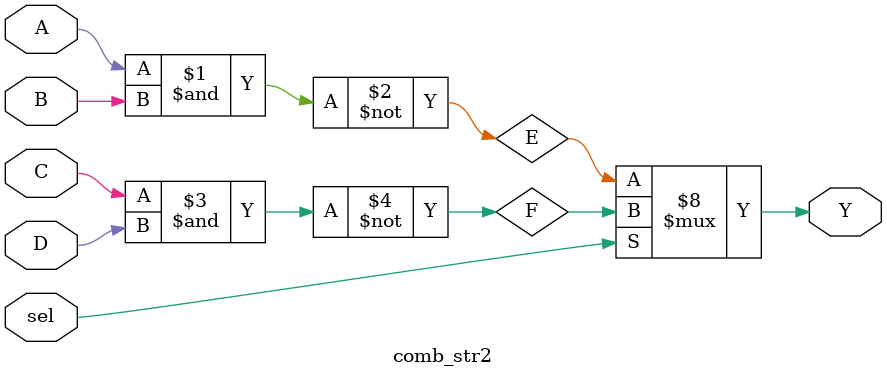
<source format=v>
`timescale 10ns/1ns
module comb_str2(Y,sel,A,B,C,D);
  output reg Y;
  input sel,A,B,C,D;
  wire E,F;
  
  nand n1(E,A,B);
  nand n2(F,C,D);
  
  always @(sel or E or F)
  if(!sel) Y=E;
  else Y=F;
  endmodule 
  

</source>
